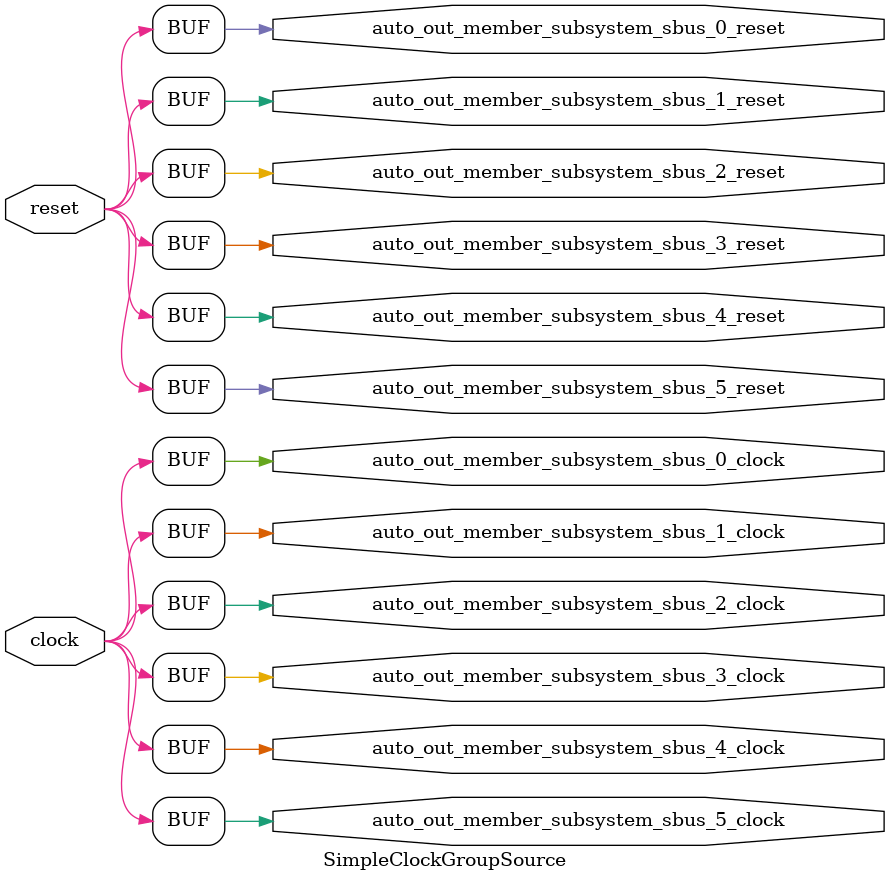
<source format=v>
module SimpleClockGroupSource(
  input   clock,
  input   reset,
  output  auto_out_member_subsystem_sbus_5_clock,
  output  auto_out_member_subsystem_sbus_5_reset,
  output  auto_out_member_subsystem_sbus_4_clock,
  output  auto_out_member_subsystem_sbus_4_reset,
  output  auto_out_member_subsystem_sbus_3_clock,
  output  auto_out_member_subsystem_sbus_3_reset,
  output  auto_out_member_subsystem_sbus_2_clock,
  output  auto_out_member_subsystem_sbus_2_reset,
  output  auto_out_member_subsystem_sbus_1_clock,
  output  auto_out_member_subsystem_sbus_1_reset,
  output  auto_out_member_subsystem_sbus_0_clock,
  output  auto_out_member_subsystem_sbus_0_reset
);
  assign auto_out_member_subsystem_sbus_5_clock = clock; // @[Nodes.scala 1207:84 ClockGroup.scala 72:17]
  assign auto_out_member_subsystem_sbus_5_reset = reset; // @[Nodes.scala 1207:84 ClockGroup.scala 72:35]
  assign auto_out_member_subsystem_sbus_4_clock = clock; // @[Nodes.scala 1207:84 ClockGroup.scala 72:17]
  assign auto_out_member_subsystem_sbus_4_reset = reset; // @[Nodes.scala 1207:84 ClockGroup.scala 72:35]
  assign auto_out_member_subsystem_sbus_3_clock = clock; // @[Nodes.scala 1207:84 ClockGroup.scala 72:17]
  assign auto_out_member_subsystem_sbus_3_reset = reset; // @[Nodes.scala 1207:84 ClockGroup.scala 72:35]
  assign auto_out_member_subsystem_sbus_2_clock = clock; // @[Nodes.scala 1207:84 ClockGroup.scala 72:17]
  assign auto_out_member_subsystem_sbus_2_reset = reset; // @[Nodes.scala 1207:84 ClockGroup.scala 72:35]
  assign auto_out_member_subsystem_sbus_1_clock = clock; // @[Nodes.scala 1207:84 ClockGroup.scala 72:17]
  assign auto_out_member_subsystem_sbus_1_reset = reset; // @[Nodes.scala 1207:84 ClockGroup.scala 72:35]
  assign auto_out_member_subsystem_sbus_0_clock = clock; // @[Nodes.scala 1207:84 ClockGroup.scala 72:17]
  assign auto_out_member_subsystem_sbus_0_reset = reset; // @[Nodes.scala 1207:84 ClockGroup.scala 72:35]
endmodule

</source>
